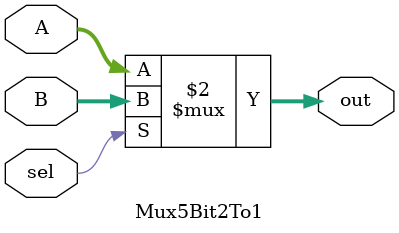
<source format=v>
`timescale 1ns / 1ps


module Mux5Bit2To1(out, A, B, sel);
    
        output [4:0] out;
        
        input [4:0] A, B;
        input  sel;
        
       
        /* Fill in the implementation here ... */ 
         assign  out = (sel==0)? A:B;
             
    endmodule

</source>
